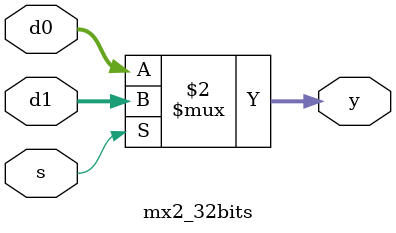
<source format=v>
module mx2_32bits(d0,d1,s,y);  //make 32bit 2-to-1 multiplexer
	input [31:0] d0,d1;
	input s;
	output [31:0] y;
	
	assign y= (s==0)? d0 : d1;

endmodule

</source>
